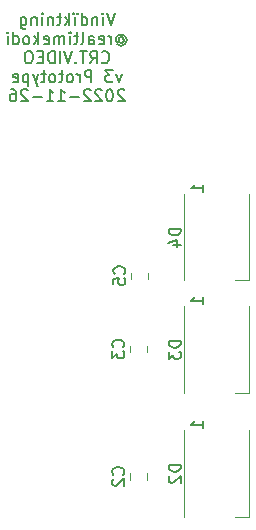
<source format=gbr>
%TF.GenerationSoftware,KiCad,Pcbnew,6.0.2+dfsg-1*%
%TF.CreationDate,2022-11-26T14:15:53-05:00*%
%TF.ProjectId,vindick,76696e64-6963-46b2-9e6b-696361645f70,rev?*%
%TF.SameCoordinates,Original*%
%TF.FileFunction,Legend,Bot*%
%TF.FilePolarity,Positive*%
%FSLAX46Y46*%
G04 Gerber Fmt 4.6, Leading zero omitted, Abs format (unit mm)*
G04 Created by KiCad (PCBNEW 6.0.2+dfsg-1) date 2022-11-26 14:15:53*
%MOMM*%
%LPD*%
G01*
G04 APERTURE LIST*
%ADD10C,0.150000*%
%ADD11C,0.120000*%
G04 APERTURE END LIST*
D10*
X51377619Y-59032380D02*
X51044285Y-60032380D01*
X50710952Y-59032380D01*
X50377619Y-60032380D02*
X50377619Y-59365714D01*
X50377619Y-59032380D02*
X50425238Y-59080000D01*
X50377619Y-59127619D01*
X50330000Y-59080000D01*
X50377619Y-59032380D01*
X50377619Y-59127619D01*
X49901428Y-59365714D02*
X49901428Y-60032380D01*
X49901428Y-59460952D02*
X49853809Y-59413333D01*
X49758571Y-59365714D01*
X49615714Y-59365714D01*
X49520476Y-59413333D01*
X49472857Y-59508571D01*
X49472857Y-60032380D01*
X48568095Y-60032380D02*
X48568095Y-59032380D01*
X48568095Y-59984761D02*
X48663333Y-60032380D01*
X48853809Y-60032380D01*
X48949047Y-59984761D01*
X48996666Y-59937142D01*
X49044285Y-59841904D01*
X49044285Y-59556190D01*
X48996666Y-59460952D01*
X48949047Y-59413333D01*
X48853809Y-59365714D01*
X48663333Y-59365714D01*
X48568095Y-59413333D01*
X48234761Y-59032380D02*
X48187142Y-59080000D01*
X48234761Y-59127619D01*
X48282380Y-59080000D01*
X48234761Y-59032380D01*
X48234761Y-59127619D01*
X47853809Y-59032380D02*
X47806190Y-59080000D01*
X47853809Y-59127619D01*
X47901428Y-59080000D01*
X47853809Y-59032380D01*
X47853809Y-59127619D01*
X48044285Y-60032380D02*
X48044285Y-59365714D01*
X47520476Y-60032380D02*
X47520476Y-59032380D01*
X47425238Y-59651428D02*
X47139523Y-60032380D01*
X47139523Y-59365714D02*
X47520476Y-59746666D01*
X46853809Y-59365714D02*
X46472857Y-59365714D01*
X46710952Y-59032380D02*
X46710952Y-59889523D01*
X46663333Y-59984761D01*
X46568095Y-60032380D01*
X46472857Y-60032380D01*
X46139523Y-59365714D02*
X46139523Y-60032380D01*
X46139523Y-59460952D02*
X46091904Y-59413333D01*
X45996666Y-59365714D01*
X45853809Y-59365714D01*
X45758571Y-59413333D01*
X45710952Y-59508571D01*
X45710952Y-60032380D01*
X45234761Y-60032380D02*
X45234761Y-59365714D01*
X45234761Y-59032380D02*
X45282380Y-59080000D01*
X45234761Y-59127619D01*
X45187142Y-59080000D01*
X45234761Y-59032380D01*
X45234761Y-59127619D01*
X44758571Y-59365714D02*
X44758571Y-60032380D01*
X44758571Y-59460952D02*
X44710952Y-59413333D01*
X44615714Y-59365714D01*
X44472857Y-59365714D01*
X44377619Y-59413333D01*
X44330000Y-59508571D01*
X44330000Y-60032380D01*
X43425238Y-59365714D02*
X43425238Y-60175238D01*
X43472857Y-60270476D01*
X43520476Y-60318095D01*
X43615714Y-60365714D01*
X43758571Y-60365714D01*
X43853809Y-60318095D01*
X43425238Y-59984761D02*
X43520476Y-60032380D01*
X43710952Y-60032380D01*
X43806190Y-59984761D01*
X43853809Y-59937142D01*
X43901428Y-59841904D01*
X43901428Y-59556190D01*
X43853809Y-59460952D01*
X43806190Y-59413333D01*
X43710952Y-59365714D01*
X43520476Y-59365714D01*
X43425238Y-59413333D01*
X51734761Y-61166190D02*
X51782380Y-61118571D01*
X51877619Y-61070952D01*
X51972857Y-61070952D01*
X52068095Y-61118571D01*
X52115714Y-61166190D01*
X52163333Y-61261428D01*
X52163333Y-61356666D01*
X52115714Y-61451904D01*
X52068095Y-61499523D01*
X51972857Y-61547142D01*
X51877619Y-61547142D01*
X51782380Y-61499523D01*
X51734761Y-61451904D01*
X51734761Y-61070952D02*
X51734761Y-61451904D01*
X51687142Y-61499523D01*
X51639523Y-61499523D01*
X51544285Y-61451904D01*
X51496666Y-61356666D01*
X51496666Y-61118571D01*
X51591904Y-60975714D01*
X51734761Y-60880476D01*
X51925238Y-60832857D01*
X52115714Y-60880476D01*
X52258571Y-60975714D01*
X52353809Y-61118571D01*
X52401428Y-61309047D01*
X52353809Y-61499523D01*
X52258571Y-61642380D01*
X52115714Y-61737619D01*
X51925238Y-61785238D01*
X51734761Y-61737619D01*
X51591904Y-61642380D01*
X51068095Y-61642380D02*
X51068095Y-60975714D01*
X51068095Y-61166190D02*
X51020476Y-61070952D01*
X50972857Y-61023333D01*
X50877619Y-60975714D01*
X50782380Y-60975714D01*
X50068095Y-61594761D02*
X50163333Y-61642380D01*
X50353809Y-61642380D01*
X50449047Y-61594761D01*
X50496666Y-61499523D01*
X50496666Y-61118571D01*
X50449047Y-61023333D01*
X50353809Y-60975714D01*
X50163333Y-60975714D01*
X50068095Y-61023333D01*
X50020476Y-61118571D01*
X50020476Y-61213809D01*
X50496666Y-61309047D01*
X49163333Y-61642380D02*
X49163333Y-61118571D01*
X49210952Y-61023333D01*
X49306190Y-60975714D01*
X49496666Y-60975714D01*
X49591904Y-61023333D01*
X49163333Y-61594761D02*
X49258571Y-61642380D01*
X49496666Y-61642380D01*
X49591904Y-61594761D01*
X49639523Y-61499523D01*
X49639523Y-61404285D01*
X49591904Y-61309047D01*
X49496666Y-61261428D01*
X49258571Y-61261428D01*
X49163333Y-61213809D01*
X48544285Y-61642380D02*
X48639523Y-61594761D01*
X48687142Y-61499523D01*
X48687142Y-60642380D01*
X48306190Y-60975714D02*
X47925238Y-60975714D01*
X48163333Y-60642380D02*
X48163333Y-61499523D01*
X48115714Y-61594761D01*
X48020476Y-61642380D01*
X47925238Y-61642380D01*
X47591904Y-61642380D02*
X47591904Y-60975714D01*
X47591904Y-60642380D02*
X47639523Y-60690000D01*
X47591904Y-60737619D01*
X47544285Y-60690000D01*
X47591904Y-60642380D01*
X47591904Y-60737619D01*
X47115714Y-61642380D02*
X47115714Y-60975714D01*
X47115714Y-61070952D02*
X47068095Y-61023333D01*
X46972857Y-60975714D01*
X46830000Y-60975714D01*
X46734761Y-61023333D01*
X46687142Y-61118571D01*
X46687142Y-61642380D01*
X46687142Y-61118571D02*
X46639523Y-61023333D01*
X46544285Y-60975714D01*
X46401428Y-60975714D01*
X46306190Y-61023333D01*
X46258571Y-61118571D01*
X46258571Y-61642380D01*
X45401428Y-61594761D02*
X45496666Y-61642380D01*
X45687142Y-61642380D01*
X45782380Y-61594761D01*
X45830000Y-61499523D01*
X45830000Y-61118571D01*
X45782380Y-61023333D01*
X45687142Y-60975714D01*
X45496666Y-60975714D01*
X45401428Y-61023333D01*
X45353809Y-61118571D01*
X45353809Y-61213809D01*
X45830000Y-61309047D01*
X44925238Y-61642380D02*
X44925238Y-60642380D01*
X44830000Y-61261428D02*
X44544285Y-61642380D01*
X44544285Y-60975714D02*
X44925238Y-61356666D01*
X43972857Y-61642380D02*
X44068095Y-61594761D01*
X44115714Y-61547142D01*
X44163333Y-61451904D01*
X44163333Y-61166190D01*
X44115714Y-61070952D01*
X44068095Y-61023333D01*
X43972857Y-60975714D01*
X43830000Y-60975714D01*
X43734761Y-61023333D01*
X43687142Y-61070952D01*
X43639523Y-61166190D01*
X43639523Y-61451904D01*
X43687142Y-61547142D01*
X43734761Y-61594761D01*
X43830000Y-61642380D01*
X43972857Y-61642380D01*
X42782380Y-61642380D02*
X42782380Y-60642380D01*
X42782380Y-61594761D02*
X42877619Y-61642380D01*
X43068095Y-61642380D01*
X43163333Y-61594761D01*
X43210952Y-61547142D01*
X43258571Y-61451904D01*
X43258571Y-61166190D01*
X43210952Y-61070952D01*
X43163333Y-61023333D01*
X43068095Y-60975714D01*
X42877619Y-60975714D01*
X42782380Y-61023333D01*
X42306190Y-61642380D02*
X42306190Y-60975714D01*
X42306190Y-60642380D02*
X42353809Y-60690000D01*
X42306190Y-60737619D01*
X42258571Y-60690000D01*
X42306190Y-60642380D01*
X42306190Y-60737619D01*
X50282380Y-63157142D02*
X50330000Y-63204761D01*
X50472857Y-63252380D01*
X50568095Y-63252380D01*
X50710952Y-63204761D01*
X50806190Y-63109523D01*
X50853809Y-63014285D01*
X50901428Y-62823809D01*
X50901428Y-62680952D01*
X50853809Y-62490476D01*
X50806190Y-62395238D01*
X50710952Y-62300000D01*
X50568095Y-62252380D01*
X50472857Y-62252380D01*
X50330000Y-62300000D01*
X50282380Y-62347619D01*
X49282380Y-63252380D02*
X49615714Y-62776190D01*
X49853809Y-63252380D02*
X49853809Y-62252380D01*
X49472857Y-62252380D01*
X49377619Y-62300000D01*
X49330000Y-62347619D01*
X49282380Y-62442857D01*
X49282380Y-62585714D01*
X49330000Y-62680952D01*
X49377619Y-62728571D01*
X49472857Y-62776190D01*
X49853809Y-62776190D01*
X48996666Y-62252380D02*
X48425238Y-62252380D01*
X48710952Y-63252380D02*
X48710952Y-62252380D01*
X48091904Y-63157142D02*
X48044285Y-63204761D01*
X48091904Y-63252380D01*
X48139523Y-63204761D01*
X48091904Y-63157142D01*
X48091904Y-63252380D01*
X47758571Y-62252380D02*
X47425238Y-63252380D01*
X47091904Y-62252380D01*
X46758571Y-63252380D02*
X46758571Y-62252380D01*
X46282380Y-63252380D02*
X46282380Y-62252380D01*
X46044285Y-62252380D01*
X45901428Y-62300000D01*
X45806190Y-62395238D01*
X45758571Y-62490476D01*
X45710952Y-62680952D01*
X45710952Y-62823809D01*
X45758571Y-63014285D01*
X45806190Y-63109523D01*
X45901428Y-63204761D01*
X46044285Y-63252380D01*
X46282380Y-63252380D01*
X45282380Y-62728571D02*
X44949047Y-62728571D01*
X44806190Y-63252380D02*
X45282380Y-63252380D01*
X45282380Y-62252380D01*
X44806190Y-62252380D01*
X44187142Y-62252380D02*
X43996666Y-62252380D01*
X43901428Y-62300000D01*
X43806190Y-62395238D01*
X43758571Y-62585714D01*
X43758571Y-62919047D01*
X43806190Y-63109523D01*
X43901428Y-63204761D01*
X43996666Y-63252380D01*
X44187142Y-63252380D01*
X44282380Y-63204761D01*
X44377619Y-63109523D01*
X44425238Y-62919047D01*
X44425238Y-62585714D01*
X44377619Y-62395238D01*
X44282380Y-62300000D01*
X44187142Y-62252380D01*
X51972857Y-64195714D02*
X51734761Y-64862380D01*
X51496666Y-64195714D01*
X51210952Y-63862380D02*
X50591904Y-63862380D01*
X50925238Y-64243333D01*
X50782380Y-64243333D01*
X50687142Y-64290952D01*
X50639523Y-64338571D01*
X50591904Y-64433809D01*
X50591904Y-64671904D01*
X50639523Y-64767142D01*
X50687142Y-64814761D01*
X50782380Y-64862380D01*
X51068095Y-64862380D01*
X51163333Y-64814761D01*
X51210952Y-64767142D01*
X49401428Y-64862380D02*
X49401428Y-63862380D01*
X49020476Y-63862380D01*
X48925238Y-63910000D01*
X48877619Y-63957619D01*
X48830000Y-64052857D01*
X48830000Y-64195714D01*
X48877619Y-64290952D01*
X48925238Y-64338571D01*
X49020476Y-64386190D01*
X49401428Y-64386190D01*
X48401428Y-64862380D02*
X48401428Y-64195714D01*
X48401428Y-64386190D02*
X48353809Y-64290952D01*
X48306190Y-64243333D01*
X48210952Y-64195714D01*
X48115714Y-64195714D01*
X47639523Y-64862380D02*
X47734761Y-64814761D01*
X47782380Y-64767142D01*
X47830000Y-64671904D01*
X47830000Y-64386190D01*
X47782380Y-64290952D01*
X47734761Y-64243333D01*
X47639523Y-64195714D01*
X47496666Y-64195714D01*
X47401428Y-64243333D01*
X47353809Y-64290952D01*
X47306190Y-64386190D01*
X47306190Y-64671904D01*
X47353809Y-64767142D01*
X47401428Y-64814761D01*
X47496666Y-64862380D01*
X47639523Y-64862380D01*
X47020476Y-64195714D02*
X46639523Y-64195714D01*
X46877619Y-63862380D02*
X46877619Y-64719523D01*
X46830000Y-64814761D01*
X46734761Y-64862380D01*
X46639523Y-64862380D01*
X46163333Y-64862380D02*
X46258571Y-64814761D01*
X46306190Y-64767142D01*
X46353809Y-64671904D01*
X46353809Y-64386190D01*
X46306190Y-64290952D01*
X46258571Y-64243333D01*
X46163333Y-64195714D01*
X46020476Y-64195714D01*
X45925238Y-64243333D01*
X45877619Y-64290952D01*
X45830000Y-64386190D01*
X45830000Y-64671904D01*
X45877619Y-64767142D01*
X45925238Y-64814761D01*
X46020476Y-64862380D01*
X46163333Y-64862380D01*
X45544285Y-64195714D02*
X45163333Y-64195714D01*
X45401428Y-63862380D02*
X45401428Y-64719523D01*
X45353809Y-64814761D01*
X45258571Y-64862380D01*
X45163333Y-64862380D01*
X44925238Y-64195714D02*
X44687142Y-64862380D01*
X44449047Y-64195714D02*
X44687142Y-64862380D01*
X44782380Y-65100476D01*
X44830000Y-65148095D01*
X44925238Y-65195714D01*
X44068095Y-64195714D02*
X44068095Y-65195714D01*
X44068095Y-64243333D02*
X43972857Y-64195714D01*
X43782380Y-64195714D01*
X43687142Y-64243333D01*
X43639523Y-64290952D01*
X43591904Y-64386190D01*
X43591904Y-64671904D01*
X43639523Y-64767142D01*
X43687142Y-64814761D01*
X43782380Y-64862380D01*
X43972857Y-64862380D01*
X44068095Y-64814761D01*
X42782380Y-64814761D02*
X42877619Y-64862380D01*
X43068095Y-64862380D01*
X43163333Y-64814761D01*
X43210952Y-64719523D01*
X43210952Y-64338571D01*
X43163333Y-64243333D01*
X43068095Y-64195714D01*
X42877619Y-64195714D01*
X42782380Y-64243333D01*
X42734761Y-64338571D01*
X42734761Y-64433809D01*
X43210952Y-64529047D01*
X52187142Y-65567619D02*
X52139523Y-65520000D01*
X52044285Y-65472380D01*
X51806190Y-65472380D01*
X51710952Y-65520000D01*
X51663333Y-65567619D01*
X51615714Y-65662857D01*
X51615714Y-65758095D01*
X51663333Y-65900952D01*
X52234761Y-66472380D01*
X51615714Y-66472380D01*
X50996666Y-65472380D02*
X50901428Y-65472380D01*
X50806190Y-65520000D01*
X50758571Y-65567619D01*
X50710952Y-65662857D01*
X50663333Y-65853333D01*
X50663333Y-66091428D01*
X50710952Y-66281904D01*
X50758571Y-66377142D01*
X50806190Y-66424761D01*
X50901428Y-66472380D01*
X50996666Y-66472380D01*
X51091904Y-66424761D01*
X51139523Y-66377142D01*
X51187142Y-66281904D01*
X51234761Y-66091428D01*
X51234761Y-65853333D01*
X51187142Y-65662857D01*
X51139523Y-65567619D01*
X51091904Y-65520000D01*
X50996666Y-65472380D01*
X50282380Y-65567619D02*
X50234761Y-65520000D01*
X50139523Y-65472380D01*
X49901428Y-65472380D01*
X49806190Y-65520000D01*
X49758571Y-65567619D01*
X49710952Y-65662857D01*
X49710952Y-65758095D01*
X49758571Y-65900952D01*
X50330000Y-66472380D01*
X49710952Y-66472380D01*
X49330000Y-65567619D02*
X49282380Y-65520000D01*
X49187142Y-65472380D01*
X48949047Y-65472380D01*
X48853809Y-65520000D01*
X48806190Y-65567619D01*
X48758571Y-65662857D01*
X48758571Y-65758095D01*
X48806190Y-65900952D01*
X49377619Y-66472380D01*
X48758571Y-66472380D01*
X48330000Y-66091428D02*
X47568095Y-66091428D01*
X46568095Y-66472380D02*
X47139523Y-66472380D01*
X46853809Y-66472380D02*
X46853809Y-65472380D01*
X46949047Y-65615238D01*
X47044285Y-65710476D01*
X47139523Y-65758095D01*
X45615714Y-66472380D02*
X46187142Y-66472380D01*
X45901428Y-66472380D02*
X45901428Y-65472380D01*
X45996666Y-65615238D01*
X46091904Y-65710476D01*
X46187142Y-65758095D01*
X45187142Y-66091428D02*
X44425238Y-66091428D01*
X43996666Y-65567619D02*
X43949047Y-65520000D01*
X43853809Y-65472380D01*
X43615714Y-65472380D01*
X43520476Y-65520000D01*
X43472857Y-65567619D01*
X43425238Y-65662857D01*
X43425238Y-65758095D01*
X43472857Y-65900952D01*
X44044285Y-66472380D01*
X43425238Y-66472380D01*
X42568095Y-65472380D02*
X42758571Y-65472380D01*
X42853809Y-65520000D01*
X42901428Y-65567619D01*
X42996666Y-65710476D01*
X43044285Y-65900952D01*
X43044285Y-66281904D01*
X42996666Y-66377142D01*
X42949047Y-66424761D01*
X42853809Y-66472380D01*
X42663333Y-66472380D01*
X42568095Y-66424761D01*
X42520476Y-66377142D01*
X42472857Y-66281904D01*
X42472857Y-66043809D01*
X42520476Y-65948571D01*
X42568095Y-65900952D01*
X42663333Y-65853333D01*
X42853809Y-65853333D01*
X42949047Y-65900952D01*
X42996666Y-65948571D01*
X43044285Y-66043809D01*
%TO.C,C2*%
X52077142Y-98083333D02*
X52124761Y-98035714D01*
X52172380Y-97892857D01*
X52172380Y-97797619D01*
X52124761Y-97654761D01*
X52029523Y-97559523D01*
X51934285Y-97511904D01*
X51743809Y-97464285D01*
X51600952Y-97464285D01*
X51410476Y-97511904D01*
X51315238Y-97559523D01*
X51220000Y-97654761D01*
X51172380Y-97797619D01*
X51172380Y-97892857D01*
X51220000Y-98035714D01*
X51267619Y-98083333D01*
X51267619Y-98464285D02*
X51220000Y-98511904D01*
X51172380Y-98607142D01*
X51172380Y-98845238D01*
X51220000Y-98940476D01*
X51267619Y-98988095D01*
X51362857Y-99035714D01*
X51458095Y-99035714D01*
X51600952Y-98988095D01*
X52172380Y-98416666D01*
X52172380Y-99035714D01*
%TO.C,C3*%
X52077142Y-87283333D02*
X52124761Y-87235714D01*
X52172380Y-87092857D01*
X52172380Y-86997619D01*
X52124761Y-86854761D01*
X52029523Y-86759523D01*
X51934285Y-86711904D01*
X51743809Y-86664285D01*
X51600952Y-86664285D01*
X51410476Y-86711904D01*
X51315238Y-86759523D01*
X51220000Y-86854761D01*
X51172380Y-86997619D01*
X51172380Y-87092857D01*
X51220000Y-87235714D01*
X51267619Y-87283333D01*
X51172380Y-87616666D02*
X51172380Y-88235714D01*
X51553333Y-87902380D01*
X51553333Y-88045238D01*
X51600952Y-88140476D01*
X51648571Y-88188095D01*
X51743809Y-88235714D01*
X51981904Y-88235714D01*
X52077142Y-88188095D01*
X52124761Y-88140476D01*
X52172380Y-88045238D01*
X52172380Y-87759523D01*
X52124761Y-87664285D01*
X52077142Y-87616666D01*
%TO.C,C5*%
X52177142Y-81083333D02*
X52224761Y-81035714D01*
X52272380Y-80892857D01*
X52272380Y-80797619D01*
X52224761Y-80654761D01*
X52129523Y-80559523D01*
X52034285Y-80511904D01*
X51843809Y-80464285D01*
X51700952Y-80464285D01*
X51510476Y-80511904D01*
X51415238Y-80559523D01*
X51320000Y-80654761D01*
X51272380Y-80797619D01*
X51272380Y-80892857D01*
X51320000Y-81035714D01*
X51367619Y-81083333D01*
X51272380Y-81988095D02*
X51272380Y-81511904D01*
X51748571Y-81464285D01*
X51700952Y-81511904D01*
X51653333Y-81607142D01*
X51653333Y-81845238D01*
X51700952Y-81940476D01*
X51748571Y-81988095D01*
X51843809Y-82035714D01*
X52081904Y-82035714D01*
X52177142Y-81988095D01*
X52224761Y-81940476D01*
X52272380Y-81845238D01*
X52272380Y-81607142D01*
X52224761Y-81511904D01*
X52177142Y-81464285D01*
%TO.C,D3*%
X56952380Y-86761904D02*
X55952380Y-86761904D01*
X55952380Y-87000000D01*
X56000000Y-87142857D01*
X56095238Y-87238095D01*
X56190476Y-87285714D01*
X56380952Y-87333333D01*
X56523809Y-87333333D01*
X56714285Y-87285714D01*
X56809523Y-87238095D01*
X56904761Y-87142857D01*
X56952380Y-87000000D01*
X56952380Y-86761904D01*
X55952380Y-87666666D02*
X55952380Y-88285714D01*
X56333333Y-87952380D01*
X56333333Y-88095238D01*
X56380952Y-88190476D01*
X56428571Y-88238095D01*
X56523809Y-88285714D01*
X56761904Y-88285714D01*
X56857142Y-88238095D01*
X56904761Y-88190476D01*
X56952380Y-88095238D01*
X56952380Y-87809523D01*
X56904761Y-87714285D01*
X56857142Y-87666666D01*
X58852380Y-83635714D02*
X58852380Y-83064285D01*
X58852380Y-83350000D02*
X57852380Y-83350000D01*
X57995238Y-83254761D01*
X58090476Y-83159523D01*
X58138095Y-83064285D01*
%TO.C,D4*%
X56952380Y-77261904D02*
X55952380Y-77261904D01*
X55952380Y-77500000D01*
X56000000Y-77642857D01*
X56095238Y-77738095D01*
X56190476Y-77785714D01*
X56380952Y-77833333D01*
X56523809Y-77833333D01*
X56714285Y-77785714D01*
X56809523Y-77738095D01*
X56904761Y-77642857D01*
X56952380Y-77500000D01*
X56952380Y-77261904D01*
X56285714Y-78690476D02*
X56952380Y-78690476D01*
X55904761Y-78452380D02*
X56619047Y-78214285D01*
X56619047Y-78833333D01*
X58852380Y-74135714D02*
X58852380Y-73564285D01*
X58852380Y-73850000D02*
X57852380Y-73850000D01*
X57995238Y-73754761D01*
X58090476Y-73659523D01*
X58138095Y-73564285D01*
%TO.C,D2*%
X56952380Y-97261904D02*
X55952380Y-97261904D01*
X55952380Y-97500000D01*
X56000000Y-97642857D01*
X56095238Y-97738095D01*
X56190476Y-97785714D01*
X56380952Y-97833333D01*
X56523809Y-97833333D01*
X56714285Y-97785714D01*
X56809523Y-97738095D01*
X56904761Y-97642857D01*
X56952380Y-97500000D01*
X56952380Y-97261904D01*
X56047619Y-98214285D02*
X56000000Y-98261904D01*
X55952380Y-98357142D01*
X55952380Y-98595238D01*
X56000000Y-98690476D01*
X56047619Y-98738095D01*
X56142857Y-98785714D01*
X56238095Y-98785714D01*
X56380952Y-98738095D01*
X56952380Y-98166666D01*
X56952380Y-98785714D01*
X58852380Y-94135714D02*
X58852380Y-93564285D01*
X58852380Y-93850000D02*
X57852380Y-93850000D01*
X57995238Y-93754761D01*
X58090476Y-93659523D01*
X58138095Y-93564285D01*
D11*
%TO.C,C2*%
X54135000Y-97988748D02*
X54135000Y-98511252D01*
X52665000Y-97988748D02*
X52665000Y-98511252D01*
%TO.C,C3*%
X52665000Y-87188748D02*
X52665000Y-87711252D01*
X54135000Y-87188748D02*
X54135000Y-87711252D01*
%TO.C,C5*%
X54235000Y-80988748D02*
X54235000Y-81511252D01*
X52765000Y-80988748D02*
X52765000Y-81511252D01*
%TO.C,D3*%
X57250000Y-83850000D02*
X57250000Y-91150000D01*
X62750000Y-83850000D02*
X62750000Y-91150000D01*
X62750000Y-91150000D02*
X61600000Y-91150000D01*
%TO.C,D4*%
X62750000Y-74350000D02*
X62750000Y-81650000D01*
X62750000Y-81650000D02*
X61600000Y-81650000D01*
X57250000Y-74350000D02*
X57250000Y-81650000D01*
%TO.C,D2*%
X57250000Y-94350000D02*
X57250000Y-101650000D01*
X62750000Y-101650000D02*
X61600000Y-101650000D01*
X62750000Y-94350000D02*
X62750000Y-101650000D01*
%TD*%
M02*

</source>
